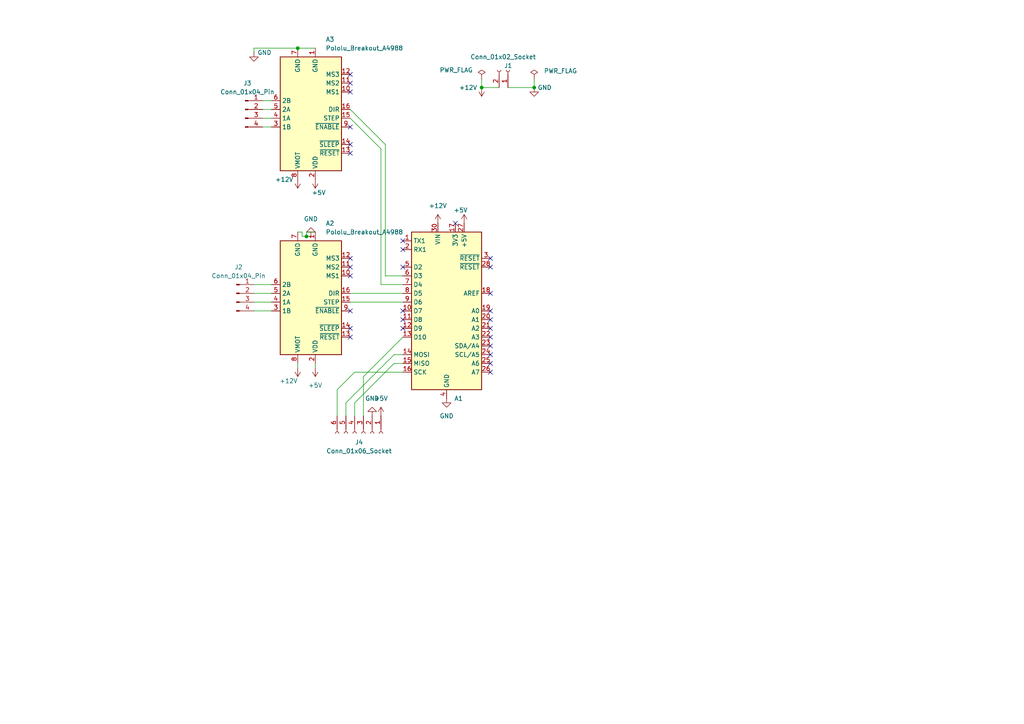
<source format=kicad_sch>
(kicad_sch (version 20231120) (generator "eeschema") (generator_version "8.0")
  (paper "A4")
  (lib_symbols
    (symbol "Connector:Conn_01x02_Socket" (pin_names (offset 1.016) hide)
      (property "Reference" "J" (at 0 2.54 0))
      (property "Value" "Conn_01x02_Socket" (at 0 -5.08 0))
      (symbol "Conn_01x02_Socket_1_1"
        (arc (start 0 -2.032) (mid -0.5058 -2.54) (end 0 -3.048) (stroke (width 0.1524)))
        (polyline (pts (xy -1.27 -2.54) (xy -0.508 -2.54)) (stroke (width 0.1524)))
        (polyline (pts (xy -1.27 0) (xy -0.508 0)) (stroke (width 0.1524)))
        (arc (start 0 0.508) (mid -0.5058 0) (end 0 -0.508) (stroke (width 0.1524)))
        (pin passive line (at -5.08 0 0) (length 3.81) (name "Pin_1") (number "1"))
        (pin passive line (at -5.08 -2.54 0) (length 3.81) (name "Pin_2") (number "2"))
      )
    )
    (symbol "Connector:Conn_01x04_Pin" (pin_names (offset 1.016) hide)
      (property "Reference" "J" (at 0 5.08 0))
      (property "Value" "Conn_01x04_Pin" (at 0 -7.62 0))
      (symbol "Conn_01x04_Pin_1_1"
        (polyline (pts (xy 1.27 -5.08) (xy 0.8636 -5.08)) (stroke (width 0.1524)))
        (polyline (pts (xy 1.27 -2.54) (xy 0.8636 -2.54)) (stroke (width 0.1524)))
        (polyline (pts (xy 1.27 0) (xy 0.8636 0)) (stroke (width 0.1524)))
        (polyline (pts (xy 1.27 2.54) (xy 0.8636 2.54)) (stroke (width 0.1524)))
        (rectangle (start 0.8636 -4.953) (end 0 -5.207) (stroke (width 0.1524)) (fill (type outline)))
        (rectangle (start 0.8636 -2.413) (end 0 -2.667) (stroke (width 0.1524)) (fill (type outline)))
        (rectangle (start 0.8636 0.127) (end 0 -0.127) (stroke (width 0.1524)) (fill (type outline)))
        (rectangle (start 0.8636 2.667) (end 0 2.413) (stroke (width 0.1524)) (fill (type outline)))
        (pin passive line (at 5.08 2.54 180) (length 3.81) (name "Pin_1") (number "1"))
        (pin passive line (at 5.08 0 180) (length 3.81) (name "Pin_2") (number "2"))
        (pin passive line (at 5.08 -2.54 180) (length 3.81) (name "Pin_3") (number "3"))
        (pin passive line (at 5.08 -5.08 180) (length 3.81) (name "Pin_4") (number "4"))
      )
    )
    (symbol "Connector:Conn_01x06_Socket" (pin_names (offset 1.016) hide)
      (property "Reference" "J" (at 0 7.62 0))
      (property "Value" "Conn_01x06_Socket" (at 0 -10.16 0))
      (symbol "Conn_01x06_Socket_1_1"
        (arc (start 0 -7.112) (mid -0.5058 -7.62) (end 0 -8.128) (stroke (width 0.1524)))
        (arc (start 0 -4.572) (mid -0.5058 -5.08) (end 0 -5.588) (stroke (width 0.1524)))
        (arc (start 0 -2.032) (mid -0.5058 -2.54) (end 0 -3.048) (stroke (width 0.1524)))
        (polyline (pts (xy -1.27 -7.62) (xy -0.508 -7.62)) (stroke (width 0.1524)))
        (polyline (pts (xy -1.27 -5.08) (xy -0.508 -5.08)) (stroke (width 0.1524)))
        (polyline (pts (xy -1.27 -2.54) (xy -0.508 -2.54)) (stroke (width 0.1524)))
        (polyline (pts (xy -1.27 0) (xy -0.508 0)) (stroke (width 0.1524)))
        (polyline (pts (xy -1.27 2.54) (xy -0.508 2.54)) (stroke (width 0.1524)))
        (polyline (pts (xy -1.27 5.08) (xy -0.508 5.08)) (stroke (width 0.1524)))
        (arc (start 0 0.508) (mid -0.5058 0) (end 0 -0.508) (stroke (width 0.1524)))
        (arc (start 0 3.048) (mid -0.5058 2.54) (end 0 2.032) (stroke (width 0.1524)))
        (arc (start 0 5.588) (mid -0.5058 5.08) (end 0 4.572) (stroke (width 0.1524)))
        (pin passive line (at -5.08 5.08 0) (length 3.81) (name "Pin_1") (number "1"))
        (pin passive line (at -5.08 2.54 0) (length 3.81) (name "Pin_2") (number "2"))
        (pin passive line (at -5.08 0 0) (length 3.81) (name "Pin_3") (number "3"))
        (pin passive line (at -5.08 -2.54 0) (length 3.81) (name "Pin_4") (number "4"))
        (pin passive line (at -5.08 -5.08 0) (length 3.81) (name "Pin_5") (number "5"))
        (pin passive line (at -5.08 -7.62 0) (length 3.81) (name "Pin_6") (number "6"))
      )
    )
    (symbol "Driver_Motor:Pololu_Breakout_A4988"
      (property "Reference" "A" (at -2.54 19.05 0))
      (property "Value" "Pololu_Breakout_A4988" (at -2.54 16.51 0))
      (symbol "Pololu_Breakout_A4988_0_1"
        (rectangle (start 10.16 -17.78) (end -7.62 15.24) (stroke (width 0.254)) (fill (type background)))
      )
      (symbol "Pololu_Breakout_A4988_1_1"
        (pin power_in line (at 0 -20.32 90) (length 2.54) (name "GND") (number "1"))
        (pin input line (at -10.16 -7.62 0) (length 2.54) (name "MS1") (number "10"))
        (pin input line (at -10.16 -10.16 0) (length 2.54) (name "MS2") (number "11"))
        (pin input line (at -10.16 -12.7 0) (length 2.54) (name "MS3") (number "12"))
        (pin input line (at -10.16 10.16 0) (length 2.54) (name "~{RESET}") (number "13"))
        (pin input line (at -10.16 7.62 0) (length 2.54) (name "~{SLEEP}") (number "14"))
        (pin input line (at -10.16 0 0) (length 2.54) (name "STEP") (number "15"))
        (pin input line (at -10.16 -2.54 0) (length 2.54) (name "DIR") (number "16"))
        (pin power_in line (at 0 17.78 270) (length 2.54) (name "VDD") (number "2"))
        (pin output line (at 12.7 2.54 180) (length 2.54) (name "1B") (number "3"))
        (pin output line (at 12.7 0 180) (length 2.54) (name "1A") (number "4"))
        (pin output line (at 12.7 -2.54 180) (length 2.54) (name "2A") (number "5"))
        (pin output line (at 12.7 -5.08 180) (length 2.54) (name "2B") (number "6"))
        (pin power_in line (at 5.08 -20.32 90) (length 2.54) (name "GND") (number "7"))
        (pin power_in line (at 5.08 17.78 270) (length 2.54) (name "VMOT") (number "8"))
        (pin input line (at -10.16 2.54 0) (length 2.54) (name "~{ENABLE}") (number "9"))
      )
    )
    (symbol "MCU_Module:Arduino_Nano_Every"
      (property "Reference" "A" (at -10.16 23.495 0))
      (property "Value" "Arduino_Nano_Every" (at 5.08 -24.13 0))
      (symbol "Arduino_Nano_Every_0_1"
        (rectangle (start -10.16 22.86) (end 10.16 -22.86) (stroke (width 0.254)) (fill (type background)))
      )
      (symbol "Arduino_Nano_Every_1_1"
        (pin bidirectional line (at -12.7 20.32 0) (length 2.54) (name "TX1") (number "1"))
        (pin bidirectional line (at -12.7 0 0) (length 2.54) (name "D7") (number "10"))
        (pin bidirectional line (at -12.7 -2.54 0) (length 2.54) (name "D8") (number "11"))
        (pin bidirectional line (at -12.7 -5.08 0) (length 2.54) (name "D9") (number "12"))
        (pin bidirectional line (at -12.7 -7.62 0) (length 2.54) (name "D10") (number "13"))
        (pin bidirectional line (at -12.7 -12.7 0) (length 2.54) (name "MOSI") (number "14"))
        (pin bidirectional line (at -12.7 -15.24 0) (length 2.54) (name "MISO") (number "15"))
        (pin bidirectional line (at -12.7 -17.78 0) (length 2.54) (name "SCK") (number "16"))
        (pin power_out line (at 2.54 25.4 270) (length 2.54) (name "3V3") (number "17"))
        (pin input line (at 12.7 5.08 180) (length 2.54) (name "AREF") (number "18"))
        (pin bidirectional line (at 12.7 0 180) (length 2.54) (name "A0") (number "19"))
        (pin bidirectional line (at -12.7 17.78 0) (length 2.54) (name "RX1") (number "2"))
        (pin bidirectional line (at 12.7 -2.54 180) (length 2.54) (name "A1") (number "20"))
        (pin bidirectional line (at 12.7 -5.08 180) (length 2.54) (name "A2") (number "21"))
        (pin bidirectional line (at 12.7 -7.62 180) (length 2.54) (name "A3") (number "22"))
        (pin bidirectional line (at 12.7 -10.16 180) (length 2.54) (name "SDA/A4") (number "23"))
        (pin bidirectional line (at 12.7 -12.7 180) (length 2.54) (name "SCL/A5") (number "24"))
        (pin bidirectional line (at 12.7 -15.24 180) (length 2.54) (name "A6") (number "25"))
        (pin bidirectional line (at 12.7 -17.78 180) (length 2.54) (name "A7") (number "26"))
        (pin power_out line (at 5.08 25.4 270) (length 2.54) (name "+5V") (number "27"))
        (pin input line (at 12.7 12.7 180) (length 2.54) (name "~{RESET}") (number "28"))
        (pin passive line (at 0 -25.4 90) (length 2.54) hide (name "GND") (number "29"))
        (pin input line (at 12.7 15.24 180) (length 2.54) (name "~{RESET}") (number "3"))
        (pin power_in line (at -2.54 25.4 270) (length 2.54) (name "VIN") (number "30"))
        (pin power_in line (at 0 -25.4 90) (length 2.54) (name "GND") (number "4"))
        (pin bidirectional line (at -12.7 12.7 0) (length 2.54) (name "D2") (number "5"))
        (pin bidirectional line (at -12.7 10.16 0) (length 2.54) (name "D3") (number "6"))
        (pin bidirectional line (at -12.7 7.62 0) (length 2.54) (name "D4") (number "7"))
        (pin bidirectional line (at -12.7 5.08 0) (length 2.54) (name "D5") (number "8"))
        (pin bidirectional line (at -12.7 2.54 0) (length 2.54) (name "D6") (number "9"))
      )
    )
    (symbol "power:+12V" (power) (pin_numbers hide) (pin_names (offset 0) hide)
      (property "Value" "+12V" (at 0 3.556 0))
      (symbol "+12V_0_1"
        (polyline (pts (xy -0.762 1.27) (xy 0 2.54)))
        (polyline (pts (xy 0 0) (xy 0 2.54)))
        (polyline (pts (xy 0 2.54) (xy 0.762 1.27)))
      )
      (symbol "+12V_1_1"
        (pin power_in line (at 0 0 90) (length 0) (name "~") (number "1"))
      )
    )
    (symbol "power:+5V" (power) (pin_numbers hide) (pin_names (offset 0) hide)
      (property "Value" "+5V" (at 0 3.556 0))
      (symbol "+5V_0_1"
        (polyline (pts (xy -0.762 1.27) (xy 0 2.54)))
        (polyline (pts (xy 0 0) (xy 0 2.54)))
        (polyline (pts (xy 0 2.54) (xy 0.762 1.27)))
      )
      (symbol "+5V_1_1"
        (pin power_in line (at 0 0 90) (length 0) (name "~") (number "1"))
      )
    )
    (symbol "power:GND" (power) (pin_numbers hide) (pin_names (offset 0) hide)
      (property "Value" "GND" (at 0 -3.81 0))
      (symbol "GND_0_1"
        (polyline (pts (xy 0 0) (xy 0 -1.27) (xy 1.27 -1.27) (xy 0 -2.54) (xy -1.27 -1.27) (xy 0 -1.27)))
      )
      (symbol "GND_1_1"
        (pin power_in line (at 0 0 270) (length 0) (name "~") (number "1"))
      )
    )
    (symbol "power:PWR_FLAG" (power) (pin_numbers hide) (pin_names (offset 0) hide)
      (property "Value" "PWR_FLAG" (at 0 3.81 0))
      (symbol "PWR_FLAG_0_0"
        (pin power_out line (at 0 0 90) (length 0) (name "~") (number "1"))
      )
      (symbol "PWR_FLAG_0_1"
        (polyline (pts (xy 0 0) (xy 0 1.27) (xy -1.016 1.905) (xy 0 2.54) (xy 1.016 1.905) (xy 0 1.27)))
      )
    )
  )
  (junction (at 154.94 25.4))
  (junction (at 88.9 68.58))
  (junction (at 139.7 25.4))
  (junction (at 86.36 13.97))
  (no_connect (at 101.6 26.67))
  (no_connect (at 142.24 90.17))
  (no_connect (at 116.84 72.39))
  (no_connect (at 142.24 107.95))
  (no_connect (at 116.84 90.17))
  (no_connect (at 132.08 64.77))
  (no_connect (at 101.6 21.59))
  (no_connect (at 142.24 77.47))
  (no_connect (at 142.24 74.93))
  (no_connect (at 142.24 85.09))
  (no_connect (at 101.6 97.79))
  (no_connect (at 116.84 92.71))
  (no_connect (at 101.6 41.91))
  (no_connect (at 116.84 69.85))
  (no_connect (at 101.6 74.93))
  (no_connect (at 101.6 44.45))
  (no_connect (at 142.24 92.71))
  (no_connect (at 101.6 36.83))
  (no_connect (at 116.84 95.25))
  (no_connect (at 142.24 100.33))
  (no_connect (at 142.24 97.79))
  (no_connect (at 101.6 77.47))
  (no_connect (at 142.24 102.87))
  (no_connect (at 101.6 80.01))
  (no_connect (at 101.6 95.25))
  (no_connect (at 101.6 90.17))
  (no_connect (at 116.84 77.47))
  (no_connect (at 142.24 105.41))
  (no_connect (at 142.24 95.25))
  (no_connect (at 101.6 24.13))
  (wire (pts (xy 114.3 102.87) (xy 116.84 102.87)))
  (wire (pts (xy 73.66 13.97) (xy 73.66 15.24)))
  (wire (pts (xy 110.49 82.55) (xy 116.84 82.55)))
  (wire (pts (xy 73.66 85.09) (xy 78.74 85.09)))
  (wire (pts (xy 76.2 34.29) (xy 78.74 34.29)))
  (wire (pts (xy 73.66 87.63) (xy 78.74 87.63)))
  (wire (pts (xy 91.44 105.41) (xy 91.44 106.68)))
  (wire (pts (xy 86.36 67.31) (xy 87.63 67.31)))
  (wire (pts (xy 87.63 67.31) (xy 87.63 68.58)))
  (wire (pts (xy 110.49 82.55) (xy 110.49 43.18)))
  (wire (pts (xy 111.76 80.01) (xy 116.84 80.01)))
  (wire (pts (xy 88.9 67.31) (xy 91.44 67.31)))
  (wire (pts (xy 73.66 13.97) (xy 86.36 13.97)))
  (wire (pts (xy 105.41 120.65) (xy 105.41 109.22)))
  (wire (pts (xy 76.2 36.83) (xy 78.74 36.83)))
  (wire (pts (xy 73.66 82.55) (xy 78.74 82.55)))
  (wire (pts (xy 86.36 13.97) (xy 91.44 13.97)))
  (wire (pts (xy 111.76 41.91) (xy 111.76 80.01)))
  (wire (pts (xy 87.63 68.58) (xy 88.9 68.58)))
  (wire (pts (xy 102.87 107.95) (xy 116.84 107.95)))
  (wire (pts (xy 154.94 25.4) (xy 147.32 25.4)))
  (wire (pts (xy 100.33 116.84) (xy 100.33 120.65)))
  (wire (pts (xy 139.7 22.86) (xy 139.7 25.4)))
  (wire (pts (xy 114.3 105.41) (xy 102.87 116.84)))
  (wire (pts (xy 116.84 105.41) (xy 114.3 105.41)))
  (wire (pts (xy 154.94 22.86) (xy 154.94 25.4)))
  (wire (pts (xy 101.6 85.09) (xy 116.84 85.09)))
  (wire (pts (xy 88.9 68.58) (xy 90.17 68.58)))
  (wire (pts (xy 101.6 31.75) (xy 111.76 41.91)))
  (wire (pts (xy 88.9 67.31) (xy 88.9 68.58)))
  (wire (pts (xy 97.79 120.65) (xy 97.79 113.03)))
  (wire (pts (xy 76.2 29.21) (xy 78.74 29.21)))
  (wire (pts (xy 139.7 25.4) (xy 144.78 25.4)))
  (wire (pts (xy 97.79 113.03) (xy 102.87 107.95)))
  (wire (pts (xy 73.66 90.17) (xy 78.74 90.17)))
  (wire (pts (xy 86.36 105.41) (xy 86.36 106.68)))
  (wire (pts (xy 105.41 109.22) (xy 116.84 97.79)))
  (wire (pts (xy 100.33 116.84) (xy 114.3 102.87)))
  (wire (pts (xy 102.87 120.65) (xy 102.87 116.84)))
  (wire (pts (xy 76.2 31.75) (xy 78.74 31.75)))
  (wire (pts (xy 101.6 87.63) (xy 116.84 87.63)))
  (wire (pts (xy 110.49 43.18) (xy 101.6 34.29)))
  (symbol (lib_id "power:+5V") (at 134.62 64.77 0) (unit 1)
    (property "Reference" "#PWR07" (effects (hide yes)))
    (property "Value" "+5V" (at 133.604 60.96 0))
    (property "Description" "Power symbol creates a global label with name \"+5V\"" (effects (hide yes)))
  )
  (symbol (lib_id "Driver_Motor:Pololu_Breakout_A4988") (at 91.44 34.29 180) (unit 1)
    (property "Reference" "A3" (at 94.4565 11.43 0) (effects (justify right)))
    (property "Value" "Pololu_Breakout_A4988" (at 94.4565 13.97 0) (effects (justify right)))
    (property "Footprint" "Module:Pololu_Breakout-16_15.2x20.3mm" (effects (hide yes)))
    (property "Datasheet" "https://www.pololu.com/product/2980/pictures" (effects (hide yes)))
    (property "Description" "Pololu Breakout Board, Stepper Driver A4988" (effects (hide yes)))
  )
  (symbol (lib_id "power:GND") (at 107.95 120.65 180) (unit 1)
    (property "Reference" "#PWR013" (effects (hide yes)))
    (property "Value" "GND" (at 107.95 115.57 0))
    (property "Description" "Power symbol creates a global label with name \"GND\" , ground" (effects (hide yes)))
  )
  (symbol (lib_id "power:+5V") (at 110.49 120.65 0) (unit 1)
    (property "Reference" "#PWR012" (effects (hide yes)))
    (property "Value" "+5V" (at 110.49 115.57 0))
    (property "Description" "Power symbol creates a global label with name \"+5V\"" (effects (hide yes)))
  )
  (symbol (lib_id "Connector:Conn_01x04_Pin") (at 71.12 31.75 0) (unit 1)
    (property "Reference" "J3" (at 71.755 24.13 0))
    (property "Value" "Conn_01x04_Pin" (at 71.755 26.67 0))
    (property "Footprint" "Connector_PinHeader_2.54mm:PinHeader_1x04_P2.54mm_Vertical" (effects (hide yes)))
    (property "Description" "Generic connector, single row, 01x04, script generated" (effects (hide yes)))
  )
  (symbol (lib_id "Driver_Motor:Pololu_Breakout_A4988") (at 91.44 87.63 180) (unit 1)
    (property "Reference" "A2" (at 94.4565 64.77 0) (effects (justify right)))
    (property "Value" "Pololu_Breakout_A4988" (at 94.4565 67.31 0) (effects (justify right)))
    (property "Footprint" "Module:Pololu_Breakout-16_15.2x20.3mm" (effects (hide yes)))
    (property "Datasheet" "https://www.pololu.com/product/2980/pictures" (effects (hide yes)))
    (property "Description" "Pololu Breakout Board, Stepper Driver A4988" (effects (hide yes)))
  )
  (symbol (lib_id "power:GND") (at 73.66 15.24 0) (unit 1)
    (property "Reference" "#PWR011" (effects (hide yes)))
    (property "Value" "GND" (at 76.708 15.24 0))
    (property "Description" "Power symbol creates a global label with name \"GND\" , ground" (effects (hide yes)))
  )
  (symbol (lib_id "power:+12V") (at 139.7 25.4 180) (unit 1)
    (property "Reference" "#PWR01" (effects (hide yes)))
    (property "Value" "+12V" (at 138.43 25.4 0) (effects (justify left)))
    (property "Description" "Power symbol creates a global label with name \"+12V\"" (effects (hide yes)))
  )
  (symbol (lib_id "power:+5V") (at 91.44 52.07 180) (unit 1)
    (property "Reference" "#PWR010" (effects (hide yes)))
    (property "Value" "+5V" (at 92.456 55.88 0))
    (property "Description" "Power symbol creates a global label with name \"+5V\"" (effects (hide yes)))
  )
  (symbol (lib_id "power:+5V") (at 91.44 106.68 180) (unit 1)
    (property "Reference" "#PWR08" (effects (hide yes)))
    (property "Value" "+5V" (at 91.44 111.76 0))
    (property "Description" "Power symbol creates a global label with name \"+5V\"" (effects (hide yes)))
  )
  (symbol (lib_id "Connector:Conn_01x04_Pin") (at 68.58 85.09 0) (unit 1)
    (property "Reference" "J2" (at 69.215 77.47 0))
    (property "Value" "Conn_01x04_Pin" (at 69.215 80.01 0))
    (property "Footprint" "Connector_PinHeader_2.54mm:PinHeader_1x04_P2.54mm_Vertical" (effects (hide yes)))
    (property "Description" "Generic connector, single row, 01x04, script generated" (effects (hide yes)))
  )
  (symbol (lib_id "Connector:Conn_01x06_Socket") (at 105.41 125.73 270) (unit 1)
    (property "Reference" "J4" (at 104.14 128.27 90))
    (property "Value" "Conn_01x06_Socket" (at 104.14 130.81 90))
    (property "Footprint" "Connector_PinSocket_2.54mm:PinSocket_1x06_P2.54mm_Vertical" (effects (hide yes)))
    (property "Description" "Generic connector, single row, 01x06, script generated" (effects (hide yes)))
  )
  (symbol (lib_id "power:+12V") (at 86.36 52.07 180) (unit 1)
    (property "Reference" "#PWR09" (effects (hide yes)))
    (property "Value" "+12V" (at 85.09 52.07 0) (effects (justify left)))
    (property "Description" "Power symbol creates a global label with name \"+12V\"" (effects (hide yes)))
  )
  (symbol (lib_id "Connector:Conn_01x02_Socket") (at 147.32 20.32 270) (mirror x) (unit 1)
    (property "Reference" "J1" (at 148.59 19.05 90) (effects (justify right)))
    (property "Value" "Conn_01x02_Socket" (at 155.448 16.51 90) (effects (justify right)))
    (property "Footprint" "Connector_PinSocket_2.54mm:PinSocket_1x02_P2.54mm_Vertical" (effects (hide yes)))
    (property "Description" "Generic connector, single row, 01x02, script generated" (effects (hide yes)))
  )
  (symbol (lib_id "power:+12V") (at 86.36 106.68 180) (unit 1)
    (property "Reference" "#PWR06" (effects (hide yes)))
    (property "Value" "+12V" (at 86.3599 110.49 0) (effects (justify left)))
    (property "Description" "Power symbol creates a global label with name \"+12V\"" (effects (hide yes)))
  )
  (symbol (lib_id "power:GND") (at 154.94 25.4 0) (unit 1)
    (property "Reference" "#PWR02" (effects (hide yes)))
    (property "Value" "GND" (at 157.988 25.4 0))
    (property "Description" "Power symbol creates a global label with name \"GND\" , ground" (effects (hide yes)))
  )
  (symbol (lib_id "power:PWR_FLAG") (at 154.94 22.86 0) (unit 1)
    (property "Reference" "#FLG02" (effects (hide yes)))
    (property "Value" "PWR_FLAG" (at 162.56 20.574 0))
    (property "Description" "Special symbol for telling ERC where power comes from" (effects (hide yes)))
  )
  (symbol (lib_id "power:PWR_FLAG") (at 139.7 22.86 0) (unit 1)
    (property "Reference" "#FLG01" (effects (hide yes)))
    (property "Value" "PWR_FLAG" (at 132.334 20.32 0))
    (property "Description" "Special symbol for telling ERC where power comes from" (effects (hide yes)))
  )
  (symbol (lib_id "power:GND") (at 90.17 68.58 180) (unit 1)
    (property "Reference" "#PWR05" (effects (hide yes)))
    (property "Value" "GND" (at 90.17 63.5 0))
    (property "Description" "Power symbol creates a global label with name \"GND\" , ground" (effects (hide yes)))
  )
  (symbol (lib_id "power:GND") (at 129.54 115.57 0) (unit 1)
    (property "Reference" "#PWR04" (effects (hide yes)))
    (property "Value" "GND" (at 129.54 120.65 0))
    (property "Description" "Power symbol creates a global label with name \"GND\" , ground" (effects (hide yes)))
  )
  (symbol (lib_id "power:+12V") (at 127 64.77 0) (unit 1)
    (property "Reference" "#PWR03" (effects (hide yes)))
    (property "Value" "+12V" (at 127 59.69 0))
    (property "Description" "Power symbol creates a global label with name \"+12V\"" (effects (hide yes)))
  )
  (symbol (lib_id "MCU_Module:Arduino_Nano_Every") (at 129.54 90.17 0) (unit 1)
    (property "Reference" "A1" (at 131.7341 115.57 0) (effects (justify left)))
    (property "Value" "Arduino_Nano_Every" (effects (hide yes)))
    (property "Footprint" "Module:Arduino_Nano" (effects (hide yes)))
    (property "Datasheet" "https://content.arduino.cc/assets/NANOEveryV3.0_sch.pdf" (effects (hide yes)))
    (property "Description" "Arduino Nano Every" (effects (hide yes)))
  )
)
</source>
